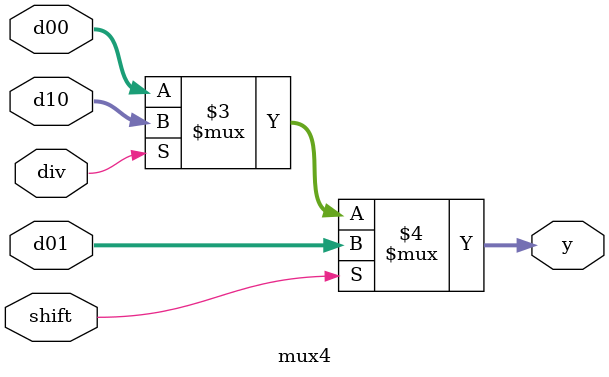
<source format=v>
module mux4(d00,d01,d10,div,shift,y);
	input wire [31:0] d00,d01,d10;
	input wire shift,div;
	output wire [31:0] y;
	assign y = (shift == 1) ? d01 :
		(div == 1) ? d10 : d00;
endmodule
</source>
